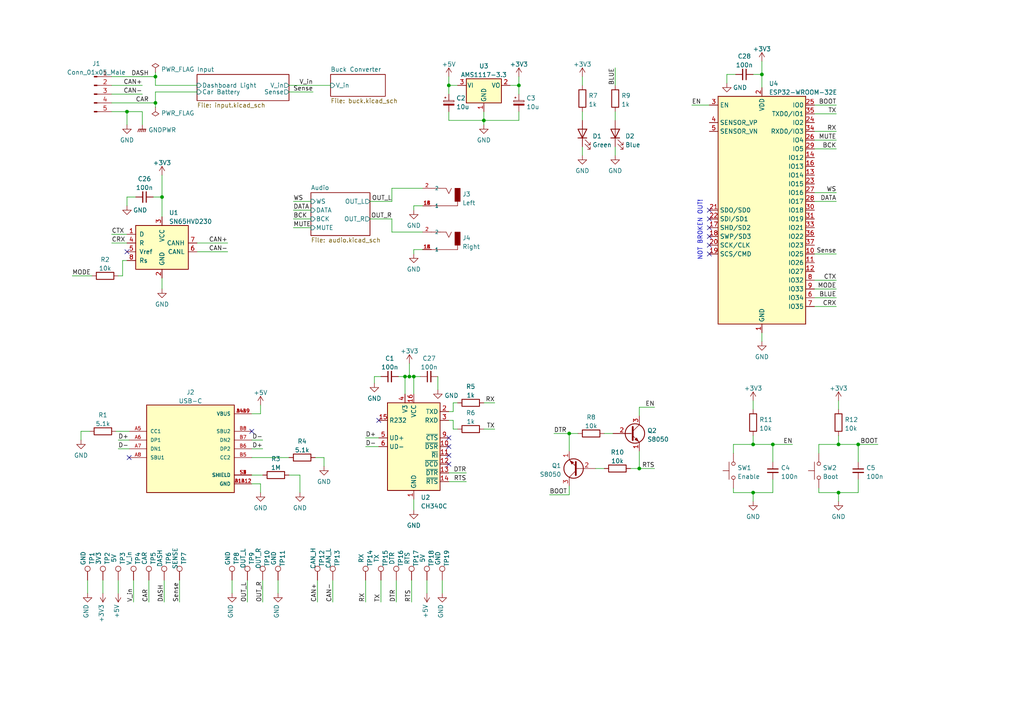
<source format=kicad_sch>
(kicad_sch (version 20211123) (generator eeschema)
  (paper "A4")
  (lib_symbols
    (symbol "Connector:Conn_01x05_Male" (pin_names (offset 1.016) hide)
      (property "Reference" "J" (at 0 7.62 0))
      (property "Value" "Conn_01x05_Male" (at 0 -7.62 0))
      (symbol "Conn_01x05_Male_1_1"
        (pin passive line (at 5.08 5.08 180) (length 3.81) (name "Pin_1") (number "1"))
        (pin passive line (at 5.08 2.54 180) (length 3.81) (name "Pin_2") (number "2"))
        (pin passive line (at 5.08 0 180) (length 3.81) (name "Pin_3") (number "3"))
        (pin passive line (at 5.08 -2.54 180) (length 3.81) (name "Pin_4") (number "4"))
        (pin passive line (at 5.08 -5.08 180) (length 3.81) (name "Pin_5") (number "5"))
      )
    )
    (symbol "Connector:TestPoint" (pin_numbers hide) (pin_names (offset 0.762) hide)
      (property "Reference" "TP" (at 0 6.858 0))
      (property "Value" "TestPoint" (at 0 5.08 0))
      (symbol "TestPoint_1_1"
        (pin passive line (at 0 0 90) (length 2.54) (name "1") (number "1"))
      )
    )
    (symbol "Device:C_Polarized_Small" (pin_numbers hide) (pin_names (offset 0.254) hide)
      (property "Reference" "C" (at 0.254 1.778 0))
      (property "Value" "C_Polarized_Small" (at 0.254 -2.032 0))
      (symbol "C_Polarized_Small_1_1"
        (pin passive line (at 0 2.54 270) (length 1.8542) (name "~") (number "1"))
        (pin passive line (at 0 -2.54 90) (length 1.8542) (name "~") (number "2"))
      )
    )
    (symbol "Device:C_Small" (pin_numbers hide) (pin_names (offset 0.254) hide)
      (property "Reference" "C" (at 0.254 1.778 0))
      (property "Value" "C_Small" (at 0.254 -2.032 0))
      (symbol "C_Small_1_1"
        (pin passive line (at 0 2.54 270) (length 2.032) (name "~") (number "1"))
        (pin passive line (at 0 -2.54 90) (length 2.032) (name "~") (number "2"))
      )
    )
    (symbol "Device:LED" (pin_numbers hide) (pin_names (offset 1.016) hide)
      (property "Reference" "D" (at 0 2.54 0))
      (property "Value" "LED" (at 0 -2.54 0))
      (symbol "LED_1_1"
        (pin passive line (at -3.81 0 0) (length 2.54) (name "K") (number "1"))
        (pin passive line (at 3.81 0 180) (length 2.54) (name "A") (number "2"))
      )
    )
    (symbol "Device:R" (pin_numbers hide) (pin_names (offset 0))
      (property "Reference" "R" (at 2.032 0 90))
      (property "Value" "R" (at 0 0 90))
      (symbol "R_1_1"
        (pin passive line (at 0 3.81 270) (length 1.27) (name "~") (number "1"))
        (pin passive line (at 0 -3.81 90) (length 1.27) (name "~") (number "2"))
      )
    )
    (symbol "Interface_CAN_LIN:SN65HVD230" (pin_names (offset 1.016))
      (property "Reference" "U" (at -2.54 10.16 0))
      (property "Value" "SN65HVD230" (at -2.54 7.62 0))
      (symbol "SN65HVD230_1_1"
        (pin input line (at -10.16 2.54 0) (length 2.54) (name "D") (number "1"))
        (pin power_in line (at 0 -10.16 90) (length 2.54) (name "GND") (number "2"))
        (pin power_in line (at 0 7.62 270) (length 2.54) (name "VCC") (number "3"))
        (pin output line (at -10.16 0 0) (length 2.54) (name "R") (number "4"))
        (pin output line (at -10.16 -2.54 0) (length 2.54) (name "Vref") (number "5"))
        (pin bidirectional line (at 10.16 -2.54 180) (length 2.54) (name "CANL") (number "6"))
        (pin bidirectional line (at 10.16 0 180) (length 2.54) (name "CANH") (number "7"))
        (pin input line (at -10.16 -5.08 0) (length 2.54) (name "Rs") (number "8"))
      )
    )
    (symbol "Interface_USB:CH340C"
      (property "Reference" "U" (at -5.08 13.97 0))
      (property "Value" "CH340C" (at 1.27 13.97 0))
      (symbol "CH340C_1_1"
        (pin power_in line (at 0 -15.24 90) (length 2.54) (name "GND") (number "1"))
        (pin input line (at 10.16 0 180) (length 2.54) (name "~{DSR}") (number "10"))
        (pin input line (at 10.16 -2.54 180) (length 2.54) (name "~{RI}") (number "11"))
        (pin input line (at 10.16 -5.08 180) (length 2.54) (name "~{DCD}") (number "12"))
        (pin output line (at 10.16 -7.62 180) (length 2.54) (name "~{DTR}") (number "13"))
        (pin output line (at 10.16 -10.16 180) (length 2.54) (name "~{RTS}") (number "14"))
        (pin input line (at -10.16 7.62 0) (length 2.54) (name "R232") (number "15"))
        (pin power_in line (at 0 15.24 270) (length 2.54) (name "VCC") (number "16"))
        (pin output line (at 10.16 10.16 180) (length 2.54) (name "TXD") (number "2"))
        (pin input line (at 10.16 7.62 180) (length 2.54) (name "RXD") (number "3"))
        (pin passive line (at -2.54 15.24 270) (length 2.54) (name "V3") (number "4"))
        (pin bidirectional line (at -10.16 2.54 0) (length 2.54) (name "UD+") (number "5"))
        (pin bidirectional line (at -10.16 0 0) (length 2.54) (name "UD-") (number "6"))
        (pin no_connect line (at -7.62 -7.62 0) (length 2.54) hide (name "NC") (number "7"))
        (pin no_connect line (at -7.62 -10.16 0) (length 2.54) hide (name "NC") (number "8"))
        (pin input line (at 10.16 2.54 180) (length 2.54) (name "~{CTS}") (number "9"))
      )
    )
    (symbol "RCJ-013:RCJ-013" (pin_names (offset 1.016))
      (property "Reference" "J" (at -2.54 3.81 0))
      (property "Value" "RCJ-013" (at -2.54 -6.35 0))
      (symbol "RCJ-013_0_0"
        (pin passive line (at 7.62 2.54 180) (length 2.54) (name "1") (number "1A"))
        (pin passive line (at 7.62 2.54 180) (length 2.54) (name "1") (number "1B"))
        (pin passive line (at 7.62 2.54 180) (length 2.54) (name "1") (number "1C"))
        (pin passive line (at 7.62 -2.54 180) (length 2.54) (name "2") (number "2"))
      )
    )
    (symbol "RF_Module:ESP32-WROOM-32"
      (property "Reference" "U" (at -12.7 34.29 0))
      (property "Value" "ESP32-WROOM-32" (at 1.27 34.29 0))
      (symbol "ESP32-WROOM-32_1_1"
        (pin power_in line (at 0 -35.56 90) (length 2.54) (name "GND") (number "1"))
        (pin bidirectional line (at 15.24 -12.7 180) (length 2.54) (name "IO25") (number "10"))
        (pin bidirectional line (at 15.24 -15.24 180) (length 2.54) (name "IO26") (number "11"))
        (pin bidirectional line (at 15.24 -17.78 180) (length 2.54) (name "IO27") (number "12"))
        (pin bidirectional line (at 15.24 10.16 180) (length 2.54) (name "IO14") (number "13"))
        (pin bidirectional line (at 15.24 15.24 180) (length 2.54) (name "IO12") (number "14"))
        (pin passive line (at 0 -35.56 90) (length 2.54) hide (name "GND") (number "15"))
        (pin bidirectional line (at 15.24 12.7 180) (length 2.54) (name "IO13") (number "16"))
        (pin bidirectional line (at -15.24 -5.08 0) (length 2.54) (name "SHD/SD2") (number "17"))
        (pin bidirectional line (at -15.24 -7.62 0) (length 2.54) (name "SWP/SD3") (number "18"))
        (pin bidirectional line (at -15.24 -12.7 0) (length 2.54) (name "SCS/CMD") (number "19"))
        (pin power_in line (at 0 35.56 270) (length 2.54) (name "VDD") (number "2"))
        (pin bidirectional line (at -15.24 -10.16 0) (length 2.54) (name "SCK/CLK") (number "20"))
        (pin bidirectional line (at -15.24 0 0) (length 2.54) (name "SDO/SD0") (number "21"))
        (pin bidirectional line (at -15.24 -2.54 0) (length 2.54) (name "SDI/SD1") (number "22"))
        (pin bidirectional line (at 15.24 7.62 180) (length 2.54) (name "IO15") (number "23"))
        (pin bidirectional line (at 15.24 25.4 180) (length 2.54) (name "IO2") (number "24"))
        (pin bidirectional line (at 15.24 30.48 180) (length 2.54) (name "IO0") (number "25"))
        (pin bidirectional line (at 15.24 20.32 180) (length 2.54) (name "IO4") (number "26"))
        (pin bidirectional line (at 15.24 5.08 180) (length 2.54) (name "IO16") (number "27"))
        (pin bidirectional line (at 15.24 2.54 180) (length 2.54) (name "IO17") (number "28"))
        (pin bidirectional line (at 15.24 17.78 180) (length 2.54) (name "IO5") (number "29"))
        (pin input line (at -15.24 30.48 0) (length 2.54) (name "EN") (number "3"))
        (pin bidirectional line (at 15.24 0 180) (length 2.54) (name "IO18") (number "30"))
        (pin bidirectional line (at 15.24 -2.54 180) (length 2.54) (name "IO19") (number "31"))
        (pin no_connect line (at -12.7 -27.94 0) (length 2.54) hide (name "NC") (number "32"))
        (pin bidirectional line (at 15.24 -5.08 180) (length 2.54) (name "IO21") (number "33"))
        (pin bidirectional line (at 15.24 22.86 180) (length 2.54) (name "RXD0/IO3") (number "34"))
        (pin bidirectional line (at 15.24 27.94 180) (length 2.54) (name "TXD0/IO1") (number "35"))
        (pin bidirectional line (at 15.24 -7.62 180) (length 2.54) (name "IO22") (number "36"))
        (pin bidirectional line (at 15.24 -10.16 180) (length 2.54) (name "IO23") (number "37"))
        (pin passive line (at 0 -35.56 90) (length 2.54) hide (name "GND") (number "38"))
        (pin passive line (at 0 -35.56 90) (length 2.54) hide (name "GND") (number "39"))
        (pin input line (at -15.24 25.4 0) (length 2.54) (name "SENSOR_VP") (number "4"))
        (pin input line (at -15.24 22.86 0) (length 2.54) (name "SENSOR_VN") (number "5"))
        (pin input line (at 15.24 -25.4 180) (length 2.54) (name "IO34") (number "6"))
        (pin input line (at 15.24 -27.94 180) (length 2.54) (name "IO35") (number "7"))
        (pin bidirectional line (at 15.24 -20.32 180) (length 2.54) (name "IO32") (number "8"))
        (pin bidirectional line (at 15.24 -22.86 180) (length 2.54) (name "IO33") (number "9"))
      )
    )
    (symbol "Regulator_Linear:AMS1117-3.3" (pin_names (offset 0.254))
      (property "Reference" "U" (at -3.81 3.175 0))
      (property "Value" "AMS1117-3.3" (at 0 3.175 0))
      (symbol "AMS1117-3.3_1_1"
        (pin power_in line (at 0 -7.62 90) (length 2.54) (name "GND") (number "1"))
        (pin power_out line (at 7.62 0 180) (length 2.54) (name "VO") (number "2"))
        (pin power_in line (at -7.62 0 0) (length 2.54) (name "VI") (number "3"))
      )
    )
    (symbol "Switch:SW_Push" (pin_numbers hide) (pin_names (offset 1.016) hide)
      (property "Reference" "SW" (at 1.27 2.54 0))
      (property "Value" "SW_Push" (at 0 -1.524 0))
      (symbol "SW_Push_0_1"
        (pin passive line (at -5.08 0 0) (length 2.54) (name "1") (number "1"))
        (pin passive line (at 5.08 0 180) (length 2.54) (name "2") (number "2"))
      )
    )
    (symbol "TYPE-C-31-M-12:TYPE-C-31-M-12" (pin_names (offset 1.016))
      (property "Reference" "J" (at -12.7 13.462 0))
      (property "Value" "TYPE-C-31-M-12" (at -12.7 -13.462 0))
      (symbol "TYPE-C-31-M-12_0_0"
        (pin power_in line (at 17.78 -10.16 180) (length 5.08) (name "GND") (number "A1B12"))
        (pin power_in line (at 17.78 10.16 180) (length 5.08) (name "VBUS") (number "A4B9"))
        (pin bidirectional line (at -17.78 5.08 0) (length 5.08) (name "CC1") (number "A5"))
        (pin bidirectional line (at -17.78 2.54 0) (length 5.08) (name "DP1") (number "A6"))
        (pin bidirectional line (at -17.78 0 0) (length 5.08) (name "DN1") (number "A7"))
        (pin bidirectional line (at -17.78 -2.54 0) (length 5.08) (name "SBU1") (number "A8"))
        (pin power_in line (at 17.78 -10.16 180) (length 5.08) (name "GND") (number "B1A12"))
        (pin power_in line (at 17.78 10.16 180) (length 5.08) (name "VBUS") (number "B4A9"))
        (pin bidirectional line (at 17.78 -2.54 180) (length 5.08) (name "CC2") (number "B5"))
        (pin bidirectional line (at 17.78 0 180) (length 5.08) (name "DP2") (number "B6"))
        (pin bidirectional line (at 17.78 2.54 180) (length 5.08) (name "DN2") (number "B7"))
        (pin bidirectional line (at 17.78 5.08 180) (length 5.08) (name "SBU2") (number "B8"))
        (pin passive line (at 17.78 -7.62 180) (length 5.08) (name "SHIELD") (number "S1"))
        (pin passive line (at 17.78 -7.62 180) (length 5.08) (name "SHIELD") (number "S2"))
        (pin passive line (at 17.78 -7.62 180) (length 5.08) (name "SHIELD") (number "S3"))
        (pin passive line (at 17.78 -7.62 180) (length 5.08) (name "SHIELD") (number "S4"))
      )
    )
    (symbol "Transistor_BJT:S8050" (pin_names (offset 0) hide)
      (property "Reference" "Q" (at 5.08 1.905 0))
      (property "Value" "S8050" (at 5.08 0 0))
      (symbol "S8050_1_1"
        (pin passive line (at 2.54 -5.08 90) (length 2.54) (name "E") (number "1"))
        (pin input line (at -5.08 0 0) (length 5.08) (name "B") (number "2"))
        (pin passive line (at 2.54 5.08 270) (length 2.54) (name "C") (number "3"))
      )
    )
    (symbol "power:+3.3V" (power) (pin_names (offset 0))
      (property "Value" "+3.3V" (at 0 3.556 0))
      (symbol "+3.3V_1_1"
        (pin power_in line (at 0 0 90) (length 0) hide (name "+3V3") (number "1"))
      )
    )
    (symbol "power:+3V3" (power) (pin_names (offset 0))
      (property "Value" "+3V3" (at 0 3.556 0))
      (symbol "+3V3_1_1"
        (pin power_in line (at 0 0 90) (length 0) hide (name "+3V3") (number "1"))
      )
    )
    (symbol "power:+5V" (power) (pin_names (offset 0))
      (property "Value" "+5V" (at 0 3.556 0))
      (symbol "+5V_1_1"
        (pin power_in line (at 0 0 90) (length 0) hide (name "+5V") (number "1"))
      )
    )
    (symbol "power:GND" (power) (pin_names (offset 0))
      (property "Value" "GND" (at 0 -3.81 0))
      (symbol "GND_1_1"
        (pin power_in line (at 0 0 270) (length 0) hide (name "GND") (number "1"))
      )
    )
    (symbol "power:GNDPWR" (power) (pin_names (offset 0))
      (property "Value" "GNDPWR" (at 0 -3.302 0))
      (symbol "GNDPWR_1_1"
        (pin power_in line (at 0 0 270) (length 0) hide (name "GNDPWR") (number "1"))
      )
    )
    (symbol "power:PWR_FLAG" (power) (pin_numbers hide) (pin_names (offset 0) hide)
      (property "Value" "PWR_FLAG" (at 0 3.81 0))
      (symbol "PWR_FLAG_0_0"
        (pin power_out line (at 0 0 90) (length 0) (name "pwr") (number "1"))
      )
    )
  )
  (junction (at 243.205 142.875))
  (junction (at 36.83 32.385))
  (junction (at 140.335 34.925))
  (junction (at 150.495 24.765))
  (junction (at 220.98 21.59))
  (junction (at 45.085 29.845))
  (junction (at 45.085 22.225))
  (junction (at 130.175 24.765))
  (junction (at 120.015 109.22))
  (junction (at 218.44 128.905))
  (junction (at 243.205 128.905))
  (junction (at 117.475 109.22))
  (junction (at 248.92 128.905))
  (junction (at 185.42 135.89))
  (junction (at 118.745 109.22))
  (junction (at 224.155 128.905))
  (junction (at 46.99 57.15))
  (junction (at 218.44 142.875))
  (junction (at 165.1 125.73))
  (no_connect (at 205.74 73.66))
  (no_connect (at 205.74 63.5))
  (no_connect (at 205.74 66.04))
  (no_connect (at 205.74 68.58))
  (no_connect (at 205.74 71.12))
  (no_connect (at 130.175 134.62))
  (no_connect (at 130.175 132.08))
  (no_connect (at 109.855 121.92))
  (no_connect (at 130.175 127))
  (no_connect (at 130.175 129.54))
  (no_connect (at 73.025 125.095))
  (no_connect (at 37.465 132.715))
  (no_connect (at 36.83 73.025))
  (no_connect (at 205.74 60.96))
  (wire (pts (xy 38.735 168.275) (xy 38.735 174.625)))
  (wire (pts (xy 150.495 24.765) (xy 150.495 27.305)))
  (wire (pts (xy 150.495 34.925) (xy 140.335 34.925)))
  (wire (pts (xy 243.205 128.905) (xy 237.49 128.905)))
  (wire (pts (xy 85.09 63.5) (xy 90.17 63.5)))
  (wire (pts (xy 130.175 24.765) (xy 130.175 27.305)))
  (wire (pts (xy 243.205 142.875) (xy 243.205 145.415)))
  (wire (pts (xy 130.175 139.7) (xy 135.255 139.7)))
  (wire (pts (xy 92.075 168.275) (xy 92.075 174.625)))
  (wire (pts (xy 36.83 75.565) (xy 35.56 75.565)))
  (wire (pts (xy 218.44 142.875) (xy 218.44 145.415)))
  (wire (pts (xy 147.955 24.765) (xy 150.495 24.765)))
  (wire (pts (xy 23.495 125.095) (xy 23.495 127.635)))
  (wire (pts (xy 113.665 67.31) (xy 122.555 67.31)))
  (wire (pts (xy 131.445 119.38) (xy 131.445 116.84)))
  (wire (pts (xy 110.49 109.22) (xy 108.585 109.22)))
  (wire (pts (xy 185.42 118.11) (xy 189.865 118.11)))
  (wire (pts (xy 236.22 83.82) (xy 242.57 83.82)))
  (wire (pts (xy 178.435 32.385) (xy 178.435 34.925)))
  (wire (pts (xy 113.665 54.61) (xy 122.555 54.61)))
  (wire (pts (xy 119.38 168.275) (xy 119.38 174.625)))
  (wire (pts (xy 46.99 50.8) (xy 46.99 57.15)))
  (wire (pts (xy 32.385 29.845) (xy 45.085 29.845)))
  (wire (pts (xy 44.45 57.15) (xy 46.99 57.15)))
  (wire (pts (xy 218.44 126.365) (xy 218.44 128.905)))
  (wire (pts (xy 159.385 143.51) (xy 165.1 143.51)))
  (wire (pts (xy 236.22 88.9) (xy 242.57 88.9)))
  (wire (pts (xy 243.205 126.365) (xy 243.205 128.905)))
  (wire (pts (xy 115.57 109.22) (xy 117.475 109.22)))
  (wire (pts (xy 108.585 109.22) (xy 108.585 111.125)))
  (wire (pts (xy 150.495 22.225) (xy 150.495 24.765)))
  (wire (pts (xy 33.655 125.095) (xy 37.465 125.095)))
  (wire (pts (xy 130.175 121.92) (xy 131.445 121.92)))
  (wire (pts (xy 220.98 21.59) (xy 220.98 25.4)))
  (wire (pts (xy 165.1 125.73) (xy 160.655 125.73)))
  (wire (pts (xy 131.445 124.46) (xy 132.715 124.46)))
  (wire (pts (xy 106.045 168.275) (xy 106.045 174.625)))
  (wire (pts (xy 36.83 59.69) (xy 36.83 57.15)))
  (wire (pts (xy 236.22 58.42) (xy 242.57 58.42)))
  (wire (pts (xy 168.91 32.385) (xy 168.91 34.925)))
  (wire (pts (xy 130.175 137.16) (xy 135.255 137.16)))
  (wire (pts (xy 185.42 135.89) (xy 189.865 135.89)))
  (wire (pts (xy 114.935 168.275) (xy 114.935 174.625)))
  (wire (pts (xy 45.085 29.845) (xy 45.085 31.115)))
  (wire (pts (xy 35.56 80.01) (xy 34.29 80.01)))
  (wire (pts (xy 120.015 109.22) (xy 120.015 114.3)))
  (wire (pts (xy 113.665 63.5) (xy 113.665 67.31)))
  (wire (pts (xy 127 109.22) (xy 127 113.03)))
  (wire (pts (xy 236.22 38.1) (xy 242.57 38.1)))
  (wire (pts (xy 26.035 125.095) (xy 23.495 125.095)))
  (wire (pts (xy 237.49 142.875) (xy 243.205 142.875)))
  (wire (pts (xy 130.175 24.765) (xy 132.715 24.765)))
  (wire (pts (xy 36.83 32.385) (xy 41.275 32.385)))
  (wire (pts (xy 165.1 130.81) (xy 165.1 125.73)))
  (wire (pts (xy 46.99 80.645) (xy 46.99 83.82)))
  (wire (pts (xy 224.155 128.905) (xy 229.87 128.905)))
  (wire (pts (xy 106.045 129.54) (xy 109.855 129.54)))
  (wire (pts (xy 83.82 26.67) (xy 90.805 26.67)))
  (wire (pts (xy 218.44 128.905) (xy 224.155 128.905)))
  (wire (pts (xy 35.56 75.565) (xy 35.56 80.01)))
  (wire (pts (xy 25.4 168.275) (xy 25.4 172.085)))
  (wire (pts (xy 67.31 168.275) (xy 67.31 172.085)))
  (wire (pts (xy 85.09 66.04) (xy 90.17 66.04)))
  (wire (pts (xy 140.335 124.46) (xy 143.51 124.46)))
  (wire (pts (xy 210.82 21.59) (xy 213.36 21.59)))
  (wire (pts (xy 32.385 70.485) (xy 36.83 70.485)))
  (wire (pts (xy 80.645 168.275) (xy 80.645 172.085)))
  (wire (pts (xy 212.725 141.605) (xy 212.725 142.875)))
  (wire (pts (xy 237.49 128.905) (xy 237.49 131.445)))
  (wire (pts (xy 43.18 168.275) (xy 43.18 174.625)))
  (wire (pts (xy 41.275 32.385) (xy 41.275 36.195)))
  (wire (pts (xy 107.315 63.5) (xy 113.665 63.5)))
  (wire (pts (xy 32.385 24.765) (xy 41.275 24.765)))
  (wire (pts (xy 178.435 42.545) (xy 178.435 45.085)))
  (wire (pts (xy 200.66 30.48) (xy 205.74 30.48)))
  (wire (pts (xy 118.745 105.41) (xy 118.745 109.22)))
  (wire (pts (xy 131.445 121.92) (xy 131.445 124.46)))
  (wire (pts (xy 36.83 32.385) (xy 36.83 36.195)))
  (wire (pts (xy 243.205 142.875) (xy 248.92 142.875)))
  (wire (pts (xy 32.385 22.225) (xy 45.085 22.225)))
  (wire (pts (xy 185.42 130.81) (xy 185.42 135.89)))
  (wire (pts (xy 75.565 120.015) (xy 73.025 120.015)))
  (wire (pts (xy 73.025 127.635) (xy 76.2 127.635)))
  (wire (pts (xy 113.665 58.42) (xy 113.665 54.61)))
  (wire (pts (xy 236.22 30.48) (xy 242.57 30.48)))
  (wire (pts (xy 45.085 22.225) (xy 45.085 24.765)))
  (wire (pts (xy 130.175 32.385) (xy 130.175 34.925)))
  (wire (pts (xy 236.22 43.18) (xy 242.57 43.18)))
  (wire (pts (xy 73.025 132.715) (xy 83.82 132.715)))
  (wire (pts (xy 85.09 58.42) (xy 90.17 58.42)))
  (wire (pts (xy 36.83 57.15) (xy 39.37 57.15)))
  (wire (pts (xy 243.205 116.205) (xy 243.205 118.745)))
  (wire (pts (xy 218.44 21.59) (xy 220.98 21.59)))
  (wire (pts (xy 37.465 127.635) (xy 34.29 127.635)))
  (wire (pts (xy 122.555 72.39) (xy 120.015 72.39)))
  (wire (pts (xy 73.025 130.175) (xy 76.2 130.175)))
  (wire (pts (xy 120.015 72.39) (xy 120.015 73.66)))
  (wire (pts (xy 236.22 33.02) (xy 242.57 33.02)))
  (wire (pts (xy 117.475 114.3) (xy 117.475 109.22)))
  (wire (pts (xy 140.335 34.925) (xy 140.335 36.195)))
  (wire (pts (xy 96.52 168.275) (xy 96.52 174.625)))
  (wire (pts (xy 128.27 168.275) (xy 128.27 172.085)))
  (wire (pts (xy 120.015 109.22) (xy 121.92 109.22)))
  (wire (pts (xy 218.44 128.905) (xy 212.725 128.905)))
  (wire (pts (xy 224.155 133.985) (xy 224.155 128.905)))
  (wire (pts (xy 218.44 142.875) (xy 224.155 142.875)))
  (wire (pts (xy 71.755 168.275) (xy 71.755 174.625)))
  (wire (pts (xy 236.22 55.88) (xy 242.57 55.88)))
  (wire (pts (xy 248.92 128.905) (xy 254.635 128.905)))
  (wire (pts (xy 178.435 19.685) (xy 178.435 24.765)))
  (wire (pts (xy 236.22 40.64) (xy 242.57 40.64)))
  (wire (pts (xy 172.72 135.89) (xy 175.26 135.89)))
  (wire (pts (xy 236.22 81.28) (xy 242.57 81.28)))
  (wire (pts (xy 83.82 137.795) (xy 86.995 137.795)))
  (wire (pts (xy 210.82 24.13) (xy 210.82 21.59)))
  (wire (pts (xy 76.2 168.275) (xy 76.2 174.625)))
  (wire (pts (xy 120.015 144.78) (xy 120.015 147.955)))
  (wire (pts (xy 220.98 17.78) (xy 220.98 21.59)))
  (wire (pts (xy 118.745 109.22) (xy 120.015 109.22)))
  (wire (pts (xy 75.565 140.335) (xy 75.565 142.875)))
  (wire (pts (xy 120.015 59.69) (xy 120.015 60.96)))
  (wire (pts (xy 218.44 116.205) (xy 218.44 118.745)))
  (wire (pts (xy 117.475 109.22) (xy 118.745 109.22)))
  (wire (pts (xy 175.26 125.73) (xy 177.8 125.73)))
  (wire (pts (xy 47.625 168.275) (xy 47.625 174.625)))
  (wire (pts (xy 130.175 119.38) (xy 131.445 119.38)))
  (wire (pts (xy 123.825 168.275) (xy 123.825 172.085)))
  (wire (pts (xy 32.385 27.305) (xy 41.275 27.305)))
  (wire (pts (xy 150.495 32.385) (xy 150.495 34.925)))
  (wire (pts (xy 107.315 58.42) (xy 113.665 58.42)))
  (wire (pts (xy 236.22 73.66) (xy 242.57 73.66)))
  (wire (pts (xy 29.845 168.275) (xy 29.845 172.085)))
  (wire (pts (xy 220.98 96.52) (xy 220.98 99.06)))
  (wire (pts (xy 131.445 116.84) (xy 132.715 116.84)))
  (wire (pts (xy 45.085 20.955) (xy 45.085 22.225)))
  (wire (pts (xy 93.98 132.715) (xy 93.98 135.255)))
  (wire (pts (xy 91.44 132.715) (xy 93.98 132.715)))
  (wire (pts (xy 45.085 26.67) (xy 57.15 26.67)))
  (wire (pts (xy 237.49 141.605) (xy 237.49 142.875)))
  (wire (pts (xy 212.725 142.875) (xy 218.44 142.875)))
  (wire (pts (xy 57.15 70.485) (xy 66.04 70.485)))
  (wire (pts (xy 122.555 59.69) (xy 120.015 59.69)))
  (wire (pts (xy 243.205 128.905) (xy 248.92 128.905)))
  (wire (pts (xy 165.1 125.73) (xy 167.64 125.73)))
  (wire (pts (xy 110.49 168.275) (xy 110.49 174.625)))
  (wire (pts (xy 85.09 60.96) (xy 90.17 60.96)))
  (wire (pts (xy 52.07 168.275) (xy 52.07 174.625)))
  (wire (pts (xy 140.335 116.84) (xy 143.51 116.84)))
  (wire (pts (xy 248.92 139.065) (xy 248.92 142.875)))
  (wire (pts (xy 168.91 42.545) (xy 168.91 45.085)))
  (wire (pts (xy 73.025 140.335) (xy 75.565 140.335)))
  (wire (pts (xy 130.175 22.225) (xy 130.175 24.765)))
  (wire (pts (xy 182.88 135.89) (xy 185.42 135.89)))
  (wire (pts (xy 83.82 24.765) (xy 95.885 24.765)))
  (wire (pts (xy 168.91 22.225) (xy 168.91 24.765)))
  (wire (pts (xy 20.955 80.01) (xy 26.67 80.01)))
  (wire (pts (xy 106.045 127) (xy 109.855 127)))
  (wire (pts (xy 57.15 73.025) (xy 66.04 73.025)))
  (wire (pts (xy 236.22 86.36) (xy 242.57 86.36)))
  (wire (pts (xy 140.335 32.385) (xy 140.335 34.925)))
  (wire (pts (xy 45.085 29.845) (xy 45.085 26.67)))
  (wire (pts (xy 46.99 57.15) (xy 46.99 62.865)))
  (wire (pts (xy 165.1 140.97) (xy 165.1 143.51)))
  (wire (pts (xy 75.565 117.475) (xy 75.565 120.015)))
  (wire (pts (xy 32.385 67.945) (xy 36.83 67.945)))
  (wire (pts (xy 248.92 133.985) (xy 248.92 128.905)))
  (wire (pts (xy 73.025 137.795) (xy 76.2 137.795)))
  (wire (pts (xy 212.725 128.905) (xy 212.725 131.445)))
  (wire (pts (xy 130.175 34.925) (xy 140.335 34.925)))
  (wire (pts (xy 34.29 168.275) (xy 34.29 172.085)))
  (wire (pts (xy 224.155 139.065) (xy 224.155 142.875)))
  (wire (pts (xy 37.465 130.175) (xy 34.29 130.175)))
  (wire (pts (xy 32.385 32.385) (xy 36.83 32.385)))
  (wire (pts (xy 185.42 120.65) (xy 185.42 118.11)))
  (wire (pts (xy 86.995 142.875) (xy 86.995 137.795)))
  (wire (pts (xy 45.085 24.765) (xy 57.15 24.765)))
  (text "NOT BROKEN OUT!" (at 203.835 75.565 90) (effects (font (size 1.27 1.27)) (justify left bottom)))
  (label "MODE" (at 242.57 83.82 180))
  (label "DTR" (at 160.655 125.73 0))
  (label "Sense" (at 242.57 73.66 180))
  (label "WS" (at 242.57 55.88 180))
  (label "BCK" (at 242.57 43.18 180))
  (label "DASH" (at 47.625 174.625 90))
  (label "CAN+" (at 66.04 70.485 180))
  (label "CRX" (at 242.57 88.9 180))
  (label "CAN-" (at 66.04 73.025 180))
  (label "CAN+" (at 41.275 24.765 180))
  (label "RX" (at 242.57 38.1 180))
  (label "CRX" (at 32.385 70.485 0))
  (label "D+" (at 76.2 130.175 180))
  (label "DATA" (at 85.09 60.96 0))
  (label "CTX" (at 32.385 67.945 0))
  (label "EN" (at 200.66 30.48 0))
  (label "CAR" (at 43.18 29.845 180))
  (label "D-" (at 34.29 130.175 0))
  (label "DTR" (at 114.935 174.625 90))
  (label "CAR" (at 43.18 174.625 90))
  (label "TX" (at 242.57 33.02 180))
  (label "V_in" (at 38.735 174.625 90))
  (label "BOOT" (at 159.385 143.51 0))
  (label "DATA" (at 242.57 58.42 180))
  (label "D+" (at 34.29 127.635 0))
  (label "RTS" (at 119.38 174.625 90))
  (label "OUT_R" (at 113.665 63.5 180))
  (label "CAN-" (at 96.52 174.625 90))
  (label "DTR" (at 135.255 137.16 180))
  (label "BLUE" (at 178.435 19.685 270))
  (label "OUT_L" (at 71.755 174.625 90))
  (label "DASH" (at 43.18 22.225 180))
  (label "MODE" (at 20.955 80.01 0))
  (label "V_in" (at 90.805 24.765 180))
  (label "WS" (at 85.09 58.42 0))
  (label "Sense" (at 52.07 174.625 90))
  (label "RX" (at 143.51 116.84 180))
  (label "Sense" (at 90.805 26.67 180))
  (label "EN" (at 189.865 118.11 180))
  (label "D+" (at 106.045 127 0))
  (label "RX" (at 106.045 174.625 90))
  (label "BOOT" (at 254.635 128.905 180))
  (label "EN" (at 229.87 128.905 180))
  (label "CTX" (at 242.57 81.28 180))
  (label "OUT_L" (at 113.665 58.42 180))
  (label "D-" (at 106.045 129.54 0))
  (label "CAN+" (at 92.075 174.625 90))
  (label "RTS" (at 189.865 135.89 180))
  (label "RTS" (at 135.255 139.7 180))
  (label "OUT_R" (at 76.2 174.625 90))
  (label "CAN-" (at 41.275 27.305 180))
  (label "BOOT" (at 242.57 30.48 180))
  (label "D-" (at 76.2 127.635 180))
  (label "BLUE" (at 242.57 86.36 180))
  (label "MUTE" (at 242.57 40.64 180))
  (label "MUTE" (at 85.09 66.04 0))
  (label "BCK" (at 85.09 63.5 0))
  (label "TX" (at 110.49 174.625 90))
  (label "TX" (at 143.51 124.46 180))
  (symbol (lib_id "Device:LED") (at 168.91 38.735 90) (unit 1)
    (property "Reference" "D1" (at 171.831 39.4878 90) (effects (justify right)))
    (property "Value" "Green" (at 171.831 42.0247 90) (effects (justify right)))
    (property "Footprint" "LED_SMD:LED_0603_1608Metric" (effects hide))
    (property "Datasheet" "https://datasheet.lcsc.com/lcsc/1811101510_Everlight-Elec-19-217-GHC-YR1S2-3T_C72043.pdf" (effects hide))
    (property "LCSC#" "C72043" (effects hide))
  )
  (symbol (lib_id "power:GND") (at 120.015 60.96 0) (unit 1)
    (property "Reference" "#PWR017" (effects hide))
    (property "Value" "GND" (at 120.015 65.4034 0))
  )
  (symbol (lib_id "Connector:TestPoint") (at 25.4 168.275 0) (unit 1)
    (property "Reference" "TP1" (at 26.67 161.925 90))
    (property "Value" "GND" (at 24.1331 161.925 90))
    (property "Footprint" "TestPoint:TestPoint_Pad_D1.0mm" (effects hide))
  )
  (symbol (lib_id "RCJ-013:RCJ-013") (at 130.175 57.15 180) (unit 1)
    (property "Reference" "J3" (at 134.112 56.3153 0) (effects (justify right)))
    (property "Value" "Left" (at 134.112 58.8522 0) (effects (justify right)))
    (property "Footprint" "RCJ-013:CUI_RCJ-013" (effects hide))
    (property "PART_REV" "B" (effects hide))
    (property "STANDARD" "Manufacturer recommendations" (effects hide))
    (property "MANUFACTURER" "CUI Inc" (effects hide))
  )
  (symbol (lib_id "Device:C_Small") (at 248.92 136.525 0) (unit 1)
    (property "Reference" "C5" (at 251.2441 135.6966 0) (effects (justify left)))
    (property "Value" "100n" (at 251.2441 138.2335 0) (effects (justify left)))
    (property "Footprint" "Capacitor_SMD:C_0402_1005Metric" (effects hide))
    (property "Datasheet" "https://datasheet.lcsc.com/lcsc/1810191219_Samsung-Electro-Mechanics-CL05B104KO5NNNC_C1525.pdf" (effects hide))
    (property "LCSC#" "C1525" (effects hide))
  )
  (symbol (lib_id "Connector:TestPoint") (at 52.07 168.275 0) (unit 1)
    (property "Reference" "TP7" (at 53.34 161.925 90))
    (property "Value" "SENSE" (at 50.8031 161.925 90))
    (property "Footprint" "TestPoint:TestPoint_Pad_D1.0mm" (effects hide))
  )
  (symbol (lib_id "power:GND") (at 243.205 145.415 0) (unit 1)
    (property "Reference" "#PWR033" (effects hide))
    (property "Value" "GND" (at 243.205 149.8584 0))
  )
  (symbol (lib_id "power:+3V3") (at 218.44 116.205 0) (unit 1)
    (property "Reference" "#PWR028" (effects hide))
    (property "Value" "+3V3" (at 218.44 112.6292 0))
  )
  (symbol (lib_id "RCJ-013:RCJ-013") (at 130.175 69.85 180) (unit 1)
    (property "Reference" "J4" (at 134.112 69.0153 0) (effects (justify right)))
    (property "Value" "Right" (at 134.112 71.5522 0) (effects (justify right)))
    (property "Footprint" "RCJ-013:CUI_RCJ-013" (effects hide))
    (property "PART_REV" "B" (effects hide))
    (property "STANDARD" "Manufacturer recommendations" (effects hide))
    (property "MANUFACTURER" "CUI Inc" (effects hide))
  )
  (symbol (lib_id "power:+3V3") (at 168.91 22.225 0) (unit 1)
    (property "Reference" "#PWR025" (effects hide))
    (property "Value" "+3V3" (at 168.91 18.6492 0))
  )
  (symbol (lib_id "power:+3V3") (at 29.845 172.085 180) (unit 1)
    (property "Reference" "#PWR03" (effects hide))
    (property "Value" "+3V3" (at 29.4112 175.26 90) (effects (justify left)))
  )
  (symbol (lib_id "power:GND") (at 120.015 147.955 0) (unit 1)
    (property "Reference" "#PWR019" (effects hide))
    (property "Value" "GND" (at 120.015 152.3984 0))
  )
  (symbol (lib_id "Device:R") (at 171.45 125.73 90) (unit 1)
    (property "Reference" "R8" (at 171.45 121.0142 90))
    (property "Value" "10k" (at 171.45 123.5511 90))
    (property "Footprint" "Resistor_SMD:R_0402_1005Metric" (effects hide))
    (property "Datasheet" "https://datasheet.lcsc.com/lcsc/2206010100_UNI-ROYAL-Uniroyal-Elec-0402WGF1002TCE_C25744.pdf" (effects hide))
    (property "LCSC#" "C25744" (effects hide))
  )
  (symbol (lib_id "Device:R") (at 136.525 116.84 270) (unit 1)
    (property "Reference" "R5" (at 136.525 112.1242 90))
    (property "Value" "1k" (at 136.525 114.6611 90))
    (property "Footprint" "Resistor_SMD:R_0402_1005Metric" (effects hide))
    (property "Datasheet" "https://datasheet.lcsc.com/lcsc/2206010216_UNI-ROYAL-Uniroyal-Elec-0402WGF1001TCE_C11702.pdf" (effects hide))
    (property "LCSC#" "C11702" (effects hide))
  )
  (symbol (lib_id "Device:C_Small") (at 41.91 57.15 270) (unit 1)
    (property "Reference" "C26" (at 41.9036 51.8881 90))
    (property "Value" "100n" (at 41.9036 54.425 90))
    (property "Footprint" "Capacitor_SMD:C_0402_1005Metric" (effects hide))
    (property "Datasheet" "https://datasheet.lcsc.com/lcsc/1810191219_Samsung-Electro-Mechanics-CL05B104KO5NNNC_C1525.pdf" (effects hide))
    (property "LCSC#" "C1525" (effects hide))
  )
  (symbol (lib_id "power:+5V") (at 34.29 172.085 180) (unit 1)
    (property "Reference" "#PWR04" (effects hide))
    (property "Value" "+5V" (at 33.8562 175.26 90) (effects (justify left)))
  )
  (symbol (lib_id "Switch:SW_Push") (at 212.725 136.525 90) (unit 1)
    (property "Reference" "SW1" (at 213.868 135.6903 90) (effects (justify right)))
    (property "Value" "Enable" (at 213.868 138.2272 90) (effects (justify right)))
    (property "Footprint" "Button_Switch_SMD:SW_SPST_SKQG_WithStem" (effects hide))
  )
  (symbol (lib_id "power:GNDPWR") (at 41.275 36.195 0) (unit 1)
    (property "Reference" "#PWR06" (effects hide))
    (property "Value" "GNDPWR" (at 43.0276 37.6956 0) (effects (justify left)))
  )
  (symbol (lib_id "power:+5V") (at 75.565 117.475 0) (unit 1)
    (property "Reference" "#PWR010" (effects hide))
    (property "Value" "+5V" (at 75.565 113.8992 0))
  )
  (symbol (lib_id "Connector:TestPoint") (at 119.38 168.275 0) (unit 1)
    (property "Reference" "TP17" (at 120.65 161.925 90))
    (property "Value" "RTS" (at 118.1131 161.925 90))
    (property "Footprint" "TestPoint:TestPoint_Pad_D1.0mm" (effects hide))
  )
  (symbol (lib_id "power:GND") (at 220.98 99.06 0) (unit 1)
    (property "Reference" "#PWR031" (effects hide))
    (property "Value" "GND" (at 220.98 103.5034 0))
  )
  (symbol (lib_id "Connector:TestPoint") (at 29.845 168.275 0) (unit 1)
    (property "Reference" "TP2" (at 31.115 161.925 90))
    (property "Value" "3V3" (at 28.5781 161.925 90))
    (property "Footprint" "TestPoint:TestPoint_Pad_D1.0mm" (effects hide))
  )
  (symbol (lib_id "Device:C_Small") (at 124.46 109.22 90) (unit 1)
    (property "Reference" "C27" (at 124.4663 103.9581 90))
    (property "Value" "100n" (at 124.4663 106.495 90))
    (property "Footprint" "Capacitor_SMD:C_0402_1005Metric" (effects hide))
    (property "Datasheet" "https://datasheet.lcsc.com/lcsc/1810191219_Samsung-Electro-Mechanics-CL05B104KO5NNNC_C1525.pdf" (effects hide))
    (property "LCSC#" "C1525" (effects hide))
  )
  (symbol (lib_id "power:GND") (at 93.98 135.255 0) (unit 1)
    (property "Reference" "#PWR014" (effects hide))
    (property "Value" "GND" (at 93.98 139.6984 0))
  )
  (symbol (lib_id "TYPE-C-31-M-12:TYPE-C-31-M-12") (at 55.245 130.175 0) (unit 1)
    (property "Reference" "J2" (at 55.245 113.7752 0))
    (property "Value" "USB-C" (at 55.245 116.3121 0))
    (property "Footprint" "31-M-12:HRO_TYPE-C-31-M-12" (effects hide))
    (property "STANDARD" "Manufacturer Recommendations" (effects hide))
    (property "PARTREV" "A" (effects hide))
    (property "MANUFACTURER" "HRO Electronics" (effects hide))
    (property "MAXIMUM_PACKAGE_HEIGHT" "3.31mm" (effects hide))
    (property "LCSC#" "C165948" (effects hide))
  )
  (symbol (lib_id "Device:R") (at 30.48 80.01 90) (unit 1)
    (property "Reference" "R2" (at 30.48 75.2942 90))
    (property "Value" "10k" (at 30.48 77.8311 90))
    (property "Footprint" "Resistor_SMD:R_0402_1005Metric" (effects hide))
    (property "Datasheet" "https://datasheet.lcsc.com/lcsc/2206010100_UNI-ROYAL-Uniroyal-Elec-0402WGF1002TCE_C25744.pdf" (effects hide))
    (property "LCSC#" "C25744" (effects hide))
  )
  (symbol (lib_id "Connector:TestPoint") (at 43.18 168.275 0) (unit 1)
    (property "Reference" "TP5" (at 44.45 161.925 90))
    (property "Value" "CAR" (at 41.9131 161.925 90))
    (property "Footprint" "TestPoint:TestPoint_Pad_D1.0mm" (effects hide))
  )
  (symbol (lib_id "Switch:SW_Push") (at 237.49 136.525 90) (unit 1)
    (property "Reference" "SW2" (at 238.633 135.6903 90) (effects (justify right)))
    (property "Value" "Boot" (at 238.633 138.2272 90) (effects (justify right)))
    (property "Footprint" "Button_Switch_SMD:SW_SPST_SKQG_WithStem" (effects hide))
  )
  (symbol (lib_id "power:PWR_FLAG") (at 45.085 31.115 180) (unit 1)
    (property "Reference" "#FLG02" (effects hide))
    (property "Value" "PWR_FLAG" (at 46.736 32.8188 0) (effects (justify right)))
  )
  (symbol (lib_id "Transistor_BJT:S8050") (at 167.64 135.89 180) (unit 1)
    (property "Reference" "Q1" (at 162.7886 135.0553 0) (effects (justify left)))
    (property "Value" "S8050" (at 162.7886 137.5922 0) (effects (justify left)))
    (property "Footprint" "Package_TO_SOT_SMD:SOT-23" (effects hide))
    (property "Datasheet" "https://datasheet.lcsc.com/lcsc/1810161230_Jiangsu-Changjing-Electronics-Technology-Co---Ltd--S8050-J3Y_C2146.pdf" (effects hide))
    (property "LCSC#" "C2146" (effects hide))
  )
  (symbol (lib_id "power:GND") (at 218.44 145.415 0) (unit 1)
    (property "Reference" "#PWR029" (effects hide))
    (property "Value" "GND" (at 218.44 149.8584 0))
  )
  (symbol (lib_id "Connector:TestPoint") (at 92.075 168.275 0) (unit 1)
    (property "Reference" "TP12" (at 93.345 161.925 90))
    (property "Value" "CAN_H" (at 90.8081 161.925 90))
    (property "Footprint" "TestPoint:TestPoint_Pad_D1.0mm" (effects hide))
  )
  (symbol (lib_id "Device:R") (at 80.01 137.795 90) (unit 1)
    (property "Reference" "R3" (at 80.01 133.0792 90))
    (property "Value" "1M" (at 80.01 135.6161 90))
    (property "Footprint" "Resistor_SMD:R_0402_1005Metric" (effects hide))
    (property "Datasheet" "https://datasheet.lcsc.com/lcsc/2206010030_UNI-ROYAL-Uniroyal-Elec-0402WGF1004TCE_C26083.pdf" (effects hide))
    (property "LCSC#" "C26083" (effects hide))
  )
  (symbol (lib_id "Connector:TestPoint") (at 80.645 168.275 0) (unit 1)
    (property "Reference" "TP11" (at 81.915 161.925 90))
    (property "Value" "GND" (at 79.3781 161.925 90))
    (property "Footprint" "TestPoint:TestPoint_Pad_D1.0mm" (effects hide))
  )
  (symbol (lib_id "power:GND") (at 178.435 45.085 0) (unit 1)
    (property "Reference" "#PWR027" (effects hide))
    (property "Value" "GND" (at 178.435 49.5284 0))
  )
  (symbol (lib_id "power:GND") (at 36.83 36.195 0) (unit 1)
    (property "Reference" "#PWR05" (effects hide))
    (property "Value" "GND" (at 36.83 40.6384 0))
  )
  (symbol (lib_id "Device:C_Small") (at 215.9 21.59 270) (unit 1)
    (property "Reference" "C28" (at 215.8936 16.3281 90))
    (property "Value" "100n" (at 215.8936 18.865 90))
    (property "Footprint" "Capacitor_SMD:C_0402_1005Metric" (effects hide))
    (property "Datasheet" "https://datasheet.lcsc.com/lcsc/1810191219_Samsung-Electro-Mechanics-CL05B104KO5NNNC_C1525.pdf" (effects hide))
    (property "LCSC#" "C1525" (effects hide))
  )
  (symbol (lib_id "Device:C_Small") (at 224.155 136.525 0) (unit 1)
    (property "Reference" "C4" (at 226.4791 135.6966 0) (effects (justify left)))
    (property "Value" "100n" (at 226.4791 138.2335 0) (effects (justify left)))
    (property "Footprint" "Capacitor_SMD:C_0402_1005Metric" (effects hide))
    (property "Datasheet" "https://datasheet.lcsc.com/lcsc/1810191219_Samsung-Electro-Mechanics-CL05B104KO5NNNC_C1525.pdf" (effects hide))
    (property "LCSC#" "C1525" (effects hide))
  )
  (symbol (lib_id "Device:R") (at 136.525 124.46 270) (unit 1)
    (property "Reference" "R6" (at 136.525 119.7442 90))
    (property "Value" "1k" (at 136.525 122.2811 90))
    (property "Footprint" "Resistor_SMD:R_0402_1005Metric" (effects hide))
    (property "Datasheet" "https://datasheet.lcsc.com/lcsc/2206010216_UNI-ROYAL-Uniroyal-Elec-0402WGF1001TCE_C11702.pdf" (effects hide))
    (property "LCSC#" "C11702" (effects hide))
  )
  (symbol (lib_id "RF_Module:ESP32-WROOM-32") (at 220.98 60.96 0) (unit 1)
    (property "Reference" "U4" (at 222.9994 24.2402 0) (effects (justify left)))
    (property "Value" "ESP32-WROOM-32E" (at 222.9994 26.7771 0) (effects (justify left)))
    (property "Footprint" "RF_Module:ESP32-WROOM-32" (effects hide))
    (property "Datasheet" "https://www.espressif.com/sites/default/files/documentation/esp32-wroom-32e_esp32-wroom-32ue_datasheet_en.pdf" (effects hide))
    (property "LCSC#" "C701341" (effects hide))
  )
  (symbol (lib_id "power:GND") (at 80.645 172.085 0) (unit 1)
    (property "Reference" "#PWR012" (effects hide))
    (property "Value" "GND" (at 80.2112 175.26 90) (effects (justify right)))
  )
  (symbol (lib_id "power:PWR_FLAG") (at 45.085 20.955 0) (unit 1)
    (property "Reference" "#FLG01" (effects hide))
    (property "Value" "PWR_FLAG" (at 46.736 20.1188 0) (effects (justify left)))
  )
  (symbol (lib_id "Connector:TestPoint") (at 47.625 168.275 0) (unit 1)
    (property "Reference" "TP6" (at 48.895 161.925 90))
    (property "Value" "DASH" (at 46.3581 161.925 90))
    (property "Footprint" "TestPoint:TestPoint_Pad_D1.0mm" (effects hide))
  )
  (symbol (lib_id "Device:R") (at 87.63 132.715 90) (unit 1)
    (property "Reference" "R4" (at 87.63 127.9992 90))
    (property "Value" "5.1k" (at 87.63 130.5361 90))
    (property "Footprint" "Resistor_SMD:R_0402_1005Metric" (effects hide))
    (property "Datasheet" "https://datasheet.lcsc.com/lcsc/2206010045_UNI-ROYAL-Uniroyal-Elec-0402WGF5101TCE_C25905.pdf" (effects hide))
    (property "LCSC#" "C25905" (effects hide))
  )
  (symbol (lib_id "Device:C_Polarized_Small") (at 150.495 29.845 0) (unit 1)
    (property "Reference" "C3" (at 152.654 28.4642 0) (effects (justify left)))
    (property "Value" "10u" (at 152.654 31.0011 0) (effects (justify left)))
    (property "Footprint" "Capacitor_SMD:C_1206_3216Metric" (effects hide))
    (property "Datasheet" "https://datasheet.lcsc.com/lcsc/1811071223_AVX-TAJA106K016RNJ_C7171.pdf" (effects hide))
    (property "LCSC#" "C7171" (effects hide))
  )
  (symbol (lib_id "power:+5V") (at 130.175 22.225 0) (unit 1)
    (property "Reference" "#PWR022" (effects hide))
    (property "Value" "+5V" (at 130.175 18.6492 0))
  )
  (symbol (lib_id "Device:R") (at 29.845 125.095 90) (unit 1)
    (property "Reference" "R1" (at 29.845 120.3792 90))
    (property "Value" "5.1k" (at 29.845 122.9161 90))
    (property "Footprint" "Resistor_SMD:R_0402_1005Metric" (effects hide))
    (property "Datasheet" "https://datasheet.lcsc.com/lcsc/2206010045_UNI-ROYAL-Uniroyal-Elec-0402WGF5101TCE_C25905.pdf" (effects hide))
    (property "LCSC#" "C25905" (effects hide))
  )
  (symbol (lib_id "Connector:TestPoint") (at 110.49 168.275 0) (unit 1)
    (property "Reference" "TP15" (at 111.76 161.925 90))
    (property "Value" "TX" (at 109.2231 161.925 90))
    (property "Footprint" "TestPoint:TestPoint_Pad_D1.0mm" (effects hide))
  )
  (symbol (lib_id "Connector:TestPoint") (at 106.045 168.275 0) (unit 1)
    (property "Reference" "TP14" (at 107.315 161.925 90))
    (property "Value" "RX" (at 104.7781 161.925 90))
    (property "Footprint" "TestPoint:TestPoint_Pad_D1.0mm" (effects hide))
  )
  (symbol (lib_id "power:+3.3V") (at 150.495 22.225 0) (unit 1)
    (property "Reference" "#PWR024" (effects hide))
    (property "Value" "+3.3V" (at 150.495 18.6492 0))
  )
  (symbol (lib_id "Device:C_Small") (at 113.03 109.22 90) (unit 1)
    (property "Reference" "C1" (at 113.0363 103.9581 90))
    (property "Value" "100n" (at 113.0363 106.495 90))
    (property "Footprint" "Capacitor_SMD:C_0402_1005Metric" (effects hide))
    (property "Datasheet" "https://datasheet.lcsc.com/lcsc/1810191219_Samsung-Electro-Mechanics-CL05B104KO5NNNC_C1525.pdf" (effects hide))
    (property "LCSC#" "C1525" (effects hide))
  )
  (symbol (lib_id "power:GND") (at 108.585 111.125 0) (unit 1)
    (property "Reference" "#PWR015" (effects hide))
    (property "Value" "GND" (at 108.585 115.5684 0))
  )
  (symbol (lib_id "Regulator_Linear:AMS1117-3.3") (at 140.335 24.765 0) (unit 1)
    (property "Reference" "U3" (at 140.335 19.1602 0))
    (property "Value" "AMS1117-3.3" (at 140.335 21.6971 0))
    (property "Footprint" "Package_TO_SOT_SMD:SOT-223-3_TabPin2" (effects hide))
    (property "Datasheet" "http://www.advanced-monolithic.com/pdf/ds1117.pdf" (effects hide))
    (property "LCSC#" "C6186" (effects hide))
  )
  (symbol (lib_id "power:+3V3") (at 118.745 105.41 0) (unit 1)
    (property "Reference" "#PWR016" (effects hide))
    (property "Value" "+3V3" (at 118.745 101.8342 0))
  )
  (symbol (lib_id "power:GND") (at 23.495 127.635 0) (mirror y) (unit 1)
    (property "Reference" "#PWR01" (effects hide))
    (property "Value" "GND" (at 23.495 132.0784 0))
  )
  (symbol (lib_id "power:GND") (at 75.565 142.875 0) (unit 1)
    (property "Reference" "#PWR011" (effects hide))
    (property "Value" "GND" (at 75.565 147.3184 0))
  )
  (symbol (lib_id "power:GND") (at 128.27 172.085 0) (unit 1)
    (property "Reference" "#PWR021" (effects hide))
    (property "Value" "GND" (at 127.8362 175.26 90) (effects (justify right)))
  )
  (symbol (lib_id "Device:C_Polarized_Small") (at 130.175 29.845 0) (unit 1)
    (property "Reference" "C2" (at 132.334 28.4642 0) (effects (justify left)))
    (property "Value" "10u" (at 132.334 31.0011 0) (effects (justify left)))
    (property "Footprint" "Capacitor_SMD:C_1206_3216Metric" (effects hide))
    (property "Datasheet" "https://datasheet.lcsc.com/lcsc/1811071223_AVX-TAJA106K016RNJ_C7171.pdf" (effects hide))
    (property "LCSC#" "C7171" (effects hide))
  )
  (symbol (lib_id "Transistor_BJT:S8050") (at 182.88 125.73 0) (unit 1)
    (property "Reference" "Q2" (at 187.7314 124.8953 0) (effects (justify left)))
    (property "Value" "S8050" (at 187.7314 127.4322 0) (effects (justify left)))
    (property "Footprint" "Package_TO_SOT_SMD:SOT-23" (effects hide))
    (property "Datasheet" "https://datasheet.lcsc.com/lcsc/1810161230_Jiangsu-Changjing-Electronics-Technology-Co---Ltd--S8050-J3Y_C2146.pdf" (effects hide))
    (property "LCSC#" "C2146" (effects hide))
  )
  (symbol (lib_id "Connector:TestPoint") (at 34.29 168.275 0) (unit 1)
    (property "Reference" "TP3" (at 35.56 161.925 90))
    (property "Value" "5V" (at 33.0231 161.925 90))
    (property "Footprint" "TestPoint:TestPoint_Pad_D1.0mm" (effects hide))
  )
  (symbol (lib_id "Connector:TestPoint") (at 96.52 168.275 0) (unit 1)
    (property "Reference" "TP13" (at 97.79 161.925 90))
    (property "Value" "CAN_L" (at 95.2531 161.925 90))
    (property "Footprint" "TestPoint:TestPoint_Pad_D1.0mm" (effects hide))
  )
  (symbol (lib_id "power:GND") (at 210.82 24.13 0) (unit 1)
    (property "Reference" "#PWR0103" (effects hide))
    (property "Value" "GND" (at 214.63 25.4 0))
  )
  (symbol (lib_id "power:+3V3") (at 220.98 17.78 0) (unit 1)
    (property "Reference" "#PWR030" (effects hide))
    (property "Value" "+3V3" (at 220.98 14.2042 0))
  )
  (symbol (lib_id "Interface_CAN_LIN:SN65HVD230") (at 46.99 70.485 0) (unit 1)
    (property "Reference" "U1" (at 49.0094 61.7052 0) (effects (justify left)))
    (property "Value" "SN65HVD230" (at 49.0094 64.2421 0) (effects (justify left)))
    (property "Footprint" "Package_SO:SOIC-8_3.9x4.9mm_P1.27mm" (effects hide))
    (property "Datasheet" "http://www.ti.com/lit/ds/symlink/sn65hvd230.pdf" (effects hide))
    (property "LCSC#" "C12084" (effects hide))
  )
  (symbol (lib_id "Connector:Conn_01x05_Male") (at 27.305 27.305 0) (unit 1)
    (property "Reference" "J1" (at 27.94 18.449 0))
    (property "Value" "Conn_01x05_Male" (at 27.94 20.9859 0))
    (property "Footprint" "Connector_JST:JST_XH_S5B-XH-A-1_1x05_P2.50mm_Horizontal" (effects hide))
  )
  (symbol (lib_id "Connector:TestPoint") (at 128.27 168.275 0) (unit 1)
    (property "Reference" "TP19" (at 129.54 161.925 90))
    (property "Value" "GND" (at 127.0031 161.925 90))
    (property "Footprint" "TestPoint:TestPoint_Pad_D1.0mm" (effects hide))
  )
  (symbol (lib_id "Device:R") (at 168.91 28.575 0) (unit 1)
    (property "Reference" "R7" (at 170.688 27.7403 0) (effects (justify left)))
    (property "Value" "1k" (at 170.688 30.2772 0) (effects (justify left)))
    (property "Footprint" "Resistor_SMD:R_0402_1005Metric" (effects hide))
    (property "Datasheet" "https://datasheet.lcsc.com/lcsc/2206010216_UNI-ROYAL-Uniroyal-Elec-0402WGF1001TCE_C11702.pdf" (effects hide))
    (property "LCSC#" "C11702" (effects hide))
  )
  (symbol (lib_id "Connector:TestPoint") (at 67.31 168.275 0) (unit 1)
    (property "Reference" "TP8" (at 68.58 161.925 90))
    (property "Value" "GND" (at 66.0431 161.925 90))
    (property "Footprint" "TestPoint:TestPoint_Pad_D1.0mm" (effects hide))
  )
  (symbol (lib_id "Device:R") (at 179.07 135.89 90) (unit 1)
    (property "Reference" "R10" (at 179.07 131.1742 90))
    (property "Value" "10k" (at 179.07 133.7111 90))
    (property "Footprint" "Resistor_SMD:R_0402_1005Metric" (effects hide))
    (property "Datasheet" "https://datasheet.lcsc.com/lcsc/2206010100_UNI-ROYAL-Uniroyal-Elec-0402WGF1002TCE_C25744.pdf" (effects hide))
    (property "LCSC#" "C25744" (effects hide))
  )
  (symbol (lib_id "power:+3V3") (at 243.205 116.205 0) (unit 1)
    (property "Reference" "#PWR032" (effects hide))
    (property "Value" "+3V3" (at 243.205 112.6292 0))
  )
  (symbol (lib_id "power:GND") (at 86.995 142.875 0) (unit 1)
    (property "Reference" "#PWR013" (effects hide))
    (property "Value" "GND" (at 86.995 147.3184 0))
  )
  (symbol (lib_id "power:GND") (at 67.31 172.085 0) (unit 1)
    (property "Reference" "#PWR09" (effects hide))
    (property "Value" "GND" (at 66.8762 175.26 90) (effects (justify right)))
  )
  (symbol (lib_id "Device:R") (at 218.44 122.555 180) (unit 1)
    (property "Reference" "R11" (at 220.218 121.7203 0) (effects (justify right)))
    (property "Value" "10k" (at 220.218 124.2572 0) (effects (justify right)))
    (property "Footprint" "Resistor_SMD:R_0402_1005Metric" (effects hide))
    (property "Datasheet" "https://datasheet.lcsc.com/lcsc/2206010100_UNI-ROYAL-Uniroyal-Elec-0402WGF1002TCE_C25744.pdf" (effects hide))
    (property "LCSC#" "C25744" (effects hide))
  )
  (symbol (lib_id "power:+3.3V") (at 46.99 50.8 0) (unit 1)
    (property "Reference" "#PWR07" (effects hide))
    (property "Value" "+3.3V" (at 46.99 47.2242 0))
  )
  (symbol (lib_id "Connector:TestPoint") (at 71.755 168.275 0) (unit 1)
    (property "Reference" "TP9" (at 73.025 161.925 90))
    (property "Value" "OUT_L" (at 70.4881 161.925 90))
    (property "Footprint" "TestPoint:TestPoint_Pad_D1.0mm" (effects hide))
  )
  (symbol (lib_id "Interface_USB:CH340C") (at 120.015 129.54 0) (unit 1)
    (property "Reference" "U2" (at 122.0344 144.2704 0) (effects (justify left)))
    (property "Value" "CH340C" (at 122.0344 146.8073 0) (effects (justify left)))
    (property "Footprint" "Package_SO:SOIC-16_3.9x9.9mm_P1.27mm" (effects hide))
    (property "Datasheet" "https://www.mpja.com/download/35227cpdata.pdf" (effects hide))
    (property "LCSC#" "C84681" (effects hide))
  )
  (symbol (lib_id "power:GND") (at 120.015 73.66 0) (unit 1)
    (property "Reference" "#PWR018" (effects hide))
    (property "Value" "GND" (at 120.015 78.1034 0))
  )
  (symbol (lib_id "Connector:TestPoint") (at 114.935 168.275 0) (unit 1)
    (property "Reference" "TP16" (at 116.205 161.925 90))
    (property "Value" "DTR" (at 113.6681 161.925 90))
    (property "Footprint" "TestPoint:TestPoint_Pad_D1.0mm" (effects hide))
  )
  (symbol (lib_id "power:GND") (at 168.91 45.085 0) (unit 1)
    (property "Reference" "#PWR026" (effects hide))
    (property "Value" "GND" (at 168.91 49.5284 0))
  )
  (symbol (lib_id "power:GND") (at 25.4 172.085 0) (unit 1)
    (property "Reference" "#PWR02" (effects hide))
    (property "Value" "GND" (at 24.9662 175.26 90) (effects (justify right)))
  )
  (symbol (lib_id "Device:LED") (at 178.435 38.735 90) (unit 1)
    (property "Reference" "D2" (at 181.356 39.4878 90) (effects (justify right)))
    (property "Value" "Blue" (at 181.356 42.0247 90) (effects (justify right)))
    (property "Footprint" "LED_SMD:LED_0603_1608Metric" (effects hide))
    (property "Datasheet" "https://datasheet.lcsc.com/lcsc/1811101510_Everlight-Elec-19-217-BHC-ZL1M2RY-3T_C72041.pdf" (effects hide))
    (property "LCSC#" "C72041" (effects hide))
  )
  (symbol (lib_id "power:GND") (at 46.99 83.82 0) (unit 1)
    (property "Reference" "#PWR08" (effects hide))
    (property "Value" "GND" (at 46.99 88.2634 0))
  )
  (symbol (lib_id "power:GND") (at 127 113.03 0) (mirror y) (unit 1)
    (property "Reference" "#PWR0101" (effects hide))
    (property "Value" "GND" (at 128.905 114.7338 0) (effects (justify right)))
  )
  (symbol (lib_id "Device:R") (at 178.435 28.575 0) (unit 1)
    (property "Reference" "R9" (at 180.213 27.7403 0) (effects (justify left)))
    (property "Value" "1k" (at 180.213 30.2772 0) (effects (justify left)))
    (property "Footprint" "Resistor_SMD:R_0402_1005Metric" (effects hide))
    (property "Datasheet" "https://datasheet.lcsc.com/lcsc/2206010216_UNI-ROYAL-Uniroyal-Elec-0402WGF1001TCE_C11702.pdf" (effects hide))
    (property "LCSC#" "C11702" (effects hide))
  )
  (symbol (lib_id "Connector:TestPoint") (at 76.2 168.275 0) (unit 1)
    (property "Reference" "TP10" (at 77.47 161.925 90))
    (property "Value" "OUT_R" (at 74.9331 161.925 90))
    (property "Footprint" "TestPoint:TestPoint_Pad_D1.0mm" (effects hide))
  )
  (symbol (lib_id "power:+5V") (at 123.825 172.085 180) (unit 1)
    (property "Reference" "#PWR020" (effects hide))
    (property "Value" "+5V" (at 123.3912 175.26 90) (effects (justify left)))
  )
  (symbol (lib_id "Connector:TestPoint") (at 123.825 168.275 0) (unit 1)
    (property "Reference" "TP18" (at 125.095 161.925 90))
    (property "Value" "5V" (at 122.5581 161.925 90))
    (property "Footprint" "TestPoint:TestPoint_Pad_D1.0mm" (effects hide))
  )
  (symbol (lib_id "Connector:TestPoint") (at 38.735 168.275 0) (unit 1)
    (property "Reference" "TP4" (at 40.005 161.925 90))
    (property "Value" "V_in" (at 37.4681 161.925 90))
    (property "Footprint" "TestPoint:TestPoint_Pad_D1.0mm" (effects hide))
  )
  (symbol (lib_id "power:GND") (at 140.335 36.195 0) (unit 1)
    (property "Reference" "#PWR023" (effects hide))
    (property "Value" "GND" (at 140.335 40.6384 0))
  )
  (symbol (lib_id "Device:R") (at 243.205 122.555 180) (unit 1)
    (property "Reference" "R12" (at 244.983 121.7203 0) (effects (justify right)))
    (property "Value" "10k" (at 244.983 124.2572 0) (effects (justify right)))
    (property "Footprint" "Resistor_SMD:R_0402_1005Metric" (effects hide))
    (property "Datasheet" "https://datasheet.lcsc.com/lcsc/2206010100_UNI-ROYAL-Uniroyal-Elec-0402WGF1002TCE_C25744.pdf" (effects hide))
    (property "LCSC#" "C25744" (effects hide))
  )
  (symbol (lib_id "power:GND") (at 36.83 59.69 0) (unit 1)
    (property "Reference" "#PWR0102" (effects hide))
    (property "Value" "GND" (at 40.64 60.96 0))
  )
  (sheet (at 90.17 55.88) (size 17.145 12.446) (stroke (width 0.1524))
    (property "Sheet name" "Audio" (at 90.17 55.1684 0) (effects (justify left bottom)))
    (property "Sheet file" "audio.kicad_sch" (at 90.17 68.9106 0) (effects (justify left top)))
    (pin "WS" input (at 90.17 58.42 180))
    (pin "DATA" input (at 90.17 60.96 180))
    (pin "BCK" input (at 90.17 63.5 180))
    (pin "OUT_L" output (at 107.315 58.42 0))
    (pin "OUT_R" output (at 107.315 63.5 0))
    (pin "MUTE" input (at 90.17 66.04 180))
  )
  (sheet (at 95.885 21.59) (size 15.875 6.35) (stroke (width 0.1524))
    (property "Sheet name" "Buck Converter" (at 95.885 20.8784 0) (effects (justify left bottom)))
    (property "Sheet file" "buck.kicad_sch" (at 95.885 28.5246 0) (effects (justify left top)))
    (pin "V_in" input (at 95.885 24.765 180))
  )
  (sheet (at 57.15 21.59) (size 26.67 7.62) (stroke (width 0.1524))
    (property "Sheet name" "Input" (at 57.15 20.8784 0) (effects (justify left bottom)))
    (property "Sheet file" "input.kicad_sch" (at 57.15 29.7946 0) (effects (justify left top)))
    (pin "Dashboard Light" input (at 57.15 24.765 180))
    (pin "Car Battery" input (at 57.15 26.67 180))
    (pin "V_in" output (at 83.82 24.765 0))
    (pin "Sense" output (at 83.82 26.67 0))
  )
)
</source>
